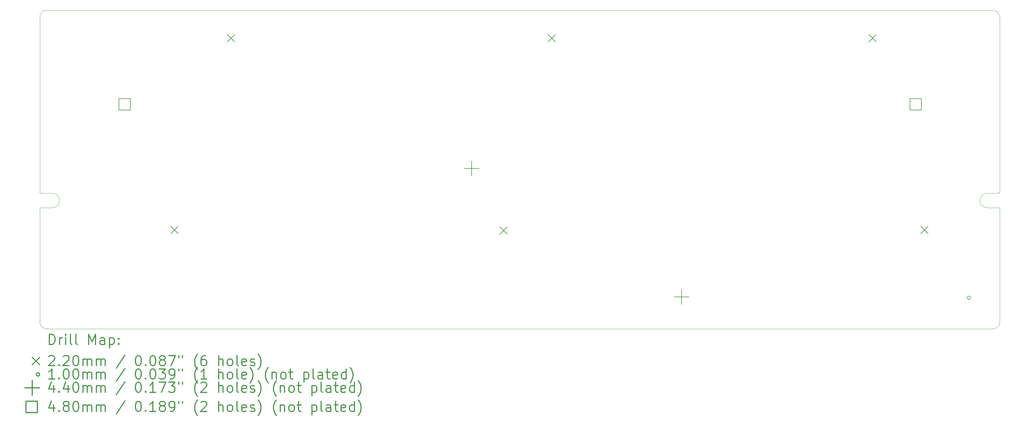
<source format=gbr>
%FSLAX45Y45*%
G04 Gerber Fmt 4.5, Leading zero omitted, Abs format (unit mm)*
G04 Created by KiCad (PCBNEW (5.1.9)-1) date 2021-10-01 21:55:04*
%MOMM*%
%LPD*%
G01*
G04 APERTURE LIST*
%TA.AperFunction,Profile*%
%ADD10C,0.050000*%
%TD*%
%ADD11C,0.200000*%
%ADD12C,0.300000*%
G04 APERTURE END LIST*
D10*
X7000000Y-15895000D02*
X7000000Y-19261000D01*
X7000000Y-15895000D02*
G75*
G02*
X7030000Y-15865000I30000J0D01*
G01*
X7370000Y-15435000D02*
G75*
G02*
X7370000Y-15865000I0J-215000D01*
G01*
X7030000Y-15865000D02*
X7370000Y-15865000D01*
X7030000Y-15435000D02*
G75*
G02*
X7000000Y-15405000I0J30000D01*
G01*
X7370000Y-15435000D02*
X7030000Y-15435000D01*
X35500000Y-15895000D02*
X35500000Y-19261000D01*
X35500000Y-15405000D02*
G75*
G02*
X35470000Y-15435000I-30000J0D01*
G01*
X35130000Y-15865000D02*
G75*
G02*
X35130000Y-15435000I0J215000D01*
G01*
X35470000Y-15435000D02*
X35130000Y-15435000D01*
X35470000Y-15865000D02*
G75*
G02*
X35500000Y-15895000I0J-30000D01*
G01*
X35130000Y-15865000D02*
X35470000Y-15865000D01*
X35500000Y-19261000D02*
G75*
G02*
X35300000Y-19461000I-200000J0D01*
G01*
X35300000Y-10001000D02*
G75*
G02*
X35500000Y-10201000I0J-200000D01*
G01*
X7000000Y-10200000D02*
G75*
G02*
X7200000Y-10000000I200000J0D01*
G01*
X7200000Y-19461000D02*
G75*
G02*
X7000000Y-19261000I0J200000D01*
G01*
X7200000Y-19461000D02*
X35300000Y-19461000D01*
X7000000Y-10200000D02*
X7000000Y-15405000D01*
X35300000Y-10001000D02*
X7200000Y-10000000D01*
X35500000Y-15405000D02*
X35500000Y-10201000D01*
D11*
X10890000Y-16420000D02*
X11110000Y-16640000D01*
X11110000Y-16420000D02*
X10890000Y-16640000D01*
X12567500Y-10720000D02*
X12787500Y-10940000D01*
X12787500Y-10720000D02*
X12567500Y-10940000D01*
X20663800Y-16430000D02*
X20883800Y-16650000D01*
X20883800Y-16430000D02*
X20663800Y-16650000D01*
X22092500Y-10720000D02*
X22312500Y-10940000D01*
X22312500Y-10720000D02*
X22092500Y-10940000D01*
X31617500Y-10720000D02*
X31837500Y-10940000D01*
X31837500Y-10720000D02*
X31617500Y-10940000D01*
X33155000Y-16420000D02*
X33375000Y-16640000D01*
X33375000Y-16420000D02*
X33155000Y-16640000D01*
X34635100Y-18541000D02*
G75*
G03*
X34635100Y-18541000I-50000J0D01*
G01*
X19820000Y-14480000D02*
X19820000Y-14920000D01*
X19600000Y-14700000D02*
X20040000Y-14700000D01*
X26050000Y-18300000D02*
X26050000Y-18740000D01*
X25830000Y-18520000D02*
X26270000Y-18520000D01*
X9689707Y-12959707D02*
X9689707Y-12620293D01*
X9350293Y-12620293D01*
X9350293Y-12959707D01*
X9689707Y-12959707D01*
X33174707Y-12960707D02*
X33174707Y-12621293D01*
X32835293Y-12621293D01*
X32835293Y-12960707D01*
X33174707Y-12960707D01*
D12*
X7283928Y-19929214D02*
X7283928Y-19629214D01*
X7355357Y-19629214D01*
X7398214Y-19643500D01*
X7426786Y-19672072D01*
X7441071Y-19700643D01*
X7455357Y-19757786D01*
X7455357Y-19800643D01*
X7441071Y-19857786D01*
X7426786Y-19886357D01*
X7398214Y-19914929D01*
X7355357Y-19929214D01*
X7283928Y-19929214D01*
X7583928Y-19929214D02*
X7583928Y-19729214D01*
X7583928Y-19786357D02*
X7598214Y-19757786D01*
X7612500Y-19743500D01*
X7641071Y-19729214D01*
X7669643Y-19729214D01*
X7769643Y-19929214D02*
X7769643Y-19729214D01*
X7769643Y-19629214D02*
X7755357Y-19643500D01*
X7769643Y-19657786D01*
X7783928Y-19643500D01*
X7769643Y-19629214D01*
X7769643Y-19657786D01*
X7955357Y-19929214D02*
X7926786Y-19914929D01*
X7912500Y-19886357D01*
X7912500Y-19629214D01*
X8112500Y-19929214D02*
X8083928Y-19914929D01*
X8069643Y-19886357D01*
X8069643Y-19629214D01*
X8455357Y-19929214D02*
X8455357Y-19629214D01*
X8555357Y-19843500D01*
X8655357Y-19629214D01*
X8655357Y-19929214D01*
X8926786Y-19929214D02*
X8926786Y-19772072D01*
X8912500Y-19743500D01*
X8883928Y-19729214D01*
X8826786Y-19729214D01*
X8798214Y-19743500D01*
X8926786Y-19914929D02*
X8898214Y-19929214D01*
X8826786Y-19929214D01*
X8798214Y-19914929D01*
X8783928Y-19886357D01*
X8783928Y-19857786D01*
X8798214Y-19829214D01*
X8826786Y-19814929D01*
X8898214Y-19814929D01*
X8926786Y-19800643D01*
X9069643Y-19729214D02*
X9069643Y-20029214D01*
X9069643Y-19743500D02*
X9098214Y-19729214D01*
X9155357Y-19729214D01*
X9183928Y-19743500D01*
X9198214Y-19757786D01*
X9212500Y-19786357D01*
X9212500Y-19872072D01*
X9198214Y-19900643D01*
X9183928Y-19914929D01*
X9155357Y-19929214D01*
X9098214Y-19929214D01*
X9069643Y-19914929D01*
X9341071Y-19900643D02*
X9355357Y-19914929D01*
X9341071Y-19929214D01*
X9326786Y-19914929D01*
X9341071Y-19900643D01*
X9341071Y-19929214D01*
X9341071Y-19743500D02*
X9355357Y-19757786D01*
X9341071Y-19772072D01*
X9326786Y-19757786D01*
X9341071Y-19743500D01*
X9341071Y-19772072D01*
X6777500Y-20313500D02*
X6997500Y-20533500D01*
X6997500Y-20313500D02*
X6777500Y-20533500D01*
X7269643Y-20287786D02*
X7283928Y-20273500D01*
X7312500Y-20259214D01*
X7383928Y-20259214D01*
X7412500Y-20273500D01*
X7426786Y-20287786D01*
X7441071Y-20316357D01*
X7441071Y-20344929D01*
X7426786Y-20387786D01*
X7255357Y-20559214D01*
X7441071Y-20559214D01*
X7569643Y-20530643D02*
X7583928Y-20544929D01*
X7569643Y-20559214D01*
X7555357Y-20544929D01*
X7569643Y-20530643D01*
X7569643Y-20559214D01*
X7698214Y-20287786D02*
X7712500Y-20273500D01*
X7741071Y-20259214D01*
X7812500Y-20259214D01*
X7841071Y-20273500D01*
X7855357Y-20287786D01*
X7869643Y-20316357D01*
X7869643Y-20344929D01*
X7855357Y-20387786D01*
X7683928Y-20559214D01*
X7869643Y-20559214D01*
X8055357Y-20259214D02*
X8083928Y-20259214D01*
X8112500Y-20273500D01*
X8126786Y-20287786D01*
X8141071Y-20316357D01*
X8155357Y-20373500D01*
X8155357Y-20444929D01*
X8141071Y-20502072D01*
X8126786Y-20530643D01*
X8112500Y-20544929D01*
X8083928Y-20559214D01*
X8055357Y-20559214D01*
X8026786Y-20544929D01*
X8012500Y-20530643D01*
X7998214Y-20502072D01*
X7983928Y-20444929D01*
X7983928Y-20373500D01*
X7998214Y-20316357D01*
X8012500Y-20287786D01*
X8026786Y-20273500D01*
X8055357Y-20259214D01*
X8283928Y-20559214D02*
X8283928Y-20359214D01*
X8283928Y-20387786D02*
X8298214Y-20373500D01*
X8326786Y-20359214D01*
X8369643Y-20359214D01*
X8398214Y-20373500D01*
X8412500Y-20402072D01*
X8412500Y-20559214D01*
X8412500Y-20402072D02*
X8426786Y-20373500D01*
X8455357Y-20359214D01*
X8498214Y-20359214D01*
X8526786Y-20373500D01*
X8541071Y-20402072D01*
X8541071Y-20559214D01*
X8683928Y-20559214D02*
X8683928Y-20359214D01*
X8683928Y-20387786D02*
X8698214Y-20373500D01*
X8726786Y-20359214D01*
X8769643Y-20359214D01*
X8798214Y-20373500D01*
X8812500Y-20402072D01*
X8812500Y-20559214D01*
X8812500Y-20402072D02*
X8826786Y-20373500D01*
X8855357Y-20359214D01*
X8898214Y-20359214D01*
X8926786Y-20373500D01*
X8941071Y-20402072D01*
X8941071Y-20559214D01*
X9526786Y-20244929D02*
X9269643Y-20630643D01*
X9912500Y-20259214D02*
X9941071Y-20259214D01*
X9969643Y-20273500D01*
X9983928Y-20287786D01*
X9998214Y-20316357D01*
X10012500Y-20373500D01*
X10012500Y-20444929D01*
X9998214Y-20502072D01*
X9983928Y-20530643D01*
X9969643Y-20544929D01*
X9941071Y-20559214D01*
X9912500Y-20559214D01*
X9883928Y-20544929D01*
X9869643Y-20530643D01*
X9855357Y-20502072D01*
X9841071Y-20444929D01*
X9841071Y-20373500D01*
X9855357Y-20316357D01*
X9869643Y-20287786D01*
X9883928Y-20273500D01*
X9912500Y-20259214D01*
X10141071Y-20530643D02*
X10155357Y-20544929D01*
X10141071Y-20559214D01*
X10126786Y-20544929D01*
X10141071Y-20530643D01*
X10141071Y-20559214D01*
X10341071Y-20259214D02*
X10369643Y-20259214D01*
X10398214Y-20273500D01*
X10412500Y-20287786D01*
X10426786Y-20316357D01*
X10441071Y-20373500D01*
X10441071Y-20444929D01*
X10426786Y-20502072D01*
X10412500Y-20530643D01*
X10398214Y-20544929D01*
X10369643Y-20559214D01*
X10341071Y-20559214D01*
X10312500Y-20544929D01*
X10298214Y-20530643D01*
X10283928Y-20502072D01*
X10269643Y-20444929D01*
X10269643Y-20373500D01*
X10283928Y-20316357D01*
X10298214Y-20287786D01*
X10312500Y-20273500D01*
X10341071Y-20259214D01*
X10612500Y-20387786D02*
X10583928Y-20373500D01*
X10569643Y-20359214D01*
X10555357Y-20330643D01*
X10555357Y-20316357D01*
X10569643Y-20287786D01*
X10583928Y-20273500D01*
X10612500Y-20259214D01*
X10669643Y-20259214D01*
X10698214Y-20273500D01*
X10712500Y-20287786D01*
X10726786Y-20316357D01*
X10726786Y-20330643D01*
X10712500Y-20359214D01*
X10698214Y-20373500D01*
X10669643Y-20387786D01*
X10612500Y-20387786D01*
X10583928Y-20402072D01*
X10569643Y-20416357D01*
X10555357Y-20444929D01*
X10555357Y-20502072D01*
X10569643Y-20530643D01*
X10583928Y-20544929D01*
X10612500Y-20559214D01*
X10669643Y-20559214D01*
X10698214Y-20544929D01*
X10712500Y-20530643D01*
X10726786Y-20502072D01*
X10726786Y-20444929D01*
X10712500Y-20416357D01*
X10698214Y-20402072D01*
X10669643Y-20387786D01*
X10826786Y-20259214D02*
X11026786Y-20259214D01*
X10898214Y-20559214D01*
X11126786Y-20259214D02*
X11126786Y-20316357D01*
X11241071Y-20259214D02*
X11241071Y-20316357D01*
X11683928Y-20673500D02*
X11669643Y-20659214D01*
X11641071Y-20616357D01*
X11626786Y-20587786D01*
X11612500Y-20544929D01*
X11598214Y-20473500D01*
X11598214Y-20416357D01*
X11612500Y-20344929D01*
X11626786Y-20302072D01*
X11641071Y-20273500D01*
X11669643Y-20230643D01*
X11683928Y-20216357D01*
X11926786Y-20259214D02*
X11869643Y-20259214D01*
X11841071Y-20273500D01*
X11826786Y-20287786D01*
X11798214Y-20330643D01*
X11783928Y-20387786D01*
X11783928Y-20502072D01*
X11798214Y-20530643D01*
X11812500Y-20544929D01*
X11841071Y-20559214D01*
X11898214Y-20559214D01*
X11926786Y-20544929D01*
X11941071Y-20530643D01*
X11955357Y-20502072D01*
X11955357Y-20430643D01*
X11941071Y-20402072D01*
X11926786Y-20387786D01*
X11898214Y-20373500D01*
X11841071Y-20373500D01*
X11812500Y-20387786D01*
X11798214Y-20402072D01*
X11783928Y-20430643D01*
X12312500Y-20559214D02*
X12312500Y-20259214D01*
X12441071Y-20559214D02*
X12441071Y-20402072D01*
X12426786Y-20373500D01*
X12398214Y-20359214D01*
X12355357Y-20359214D01*
X12326786Y-20373500D01*
X12312500Y-20387786D01*
X12626786Y-20559214D02*
X12598214Y-20544929D01*
X12583928Y-20530643D01*
X12569643Y-20502072D01*
X12569643Y-20416357D01*
X12583928Y-20387786D01*
X12598214Y-20373500D01*
X12626786Y-20359214D01*
X12669643Y-20359214D01*
X12698214Y-20373500D01*
X12712500Y-20387786D01*
X12726786Y-20416357D01*
X12726786Y-20502072D01*
X12712500Y-20530643D01*
X12698214Y-20544929D01*
X12669643Y-20559214D01*
X12626786Y-20559214D01*
X12898214Y-20559214D02*
X12869643Y-20544929D01*
X12855357Y-20516357D01*
X12855357Y-20259214D01*
X13126786Y-20544929D02*
X13098214Y-20559214D01*
X13041071Y-20559214D01*
X13012500Y-20544929D01*
X12998214Y-20516357D01*
X12998214Y-20402072D01*
X13012500Y-20373500D01*
X13041071Y-20359214D01*
X13098214Y-20359214D01*
X13126786Y-20373500D01*
X13141071Y-20402072D01*
X13141071Y-20430643D01*
X12998214Y-20459214D01*
X13255357Y-20544929D02*
X13283928Y-20559214D01*
X13341071Y-20559214D01*
X13369643Y-20544929D01*
X13383928Y-20516357D01*
X13383928Y-20502072D01*
X13369643Y-20473500D01*
X13341071Y-20459214D01*
X13298214Y-20459214D01*
X13269643Y-20444929D01*
X13255357Y-20416357D01*
X13255357Y-20402072D01*
X13269643Y-20373500D01*
X13298214Y-20359214D01*
X13341071Y-20359214D01*
X13369643Y-20373500D01*
X13483928Y-20673500D02*
X13498214Y-20659214D01*
X13526786Y-20616357D01*
X13541071Y-20587786D01*
X13555357Y-20544929D01*
X13569643Y-20473500D01*
X13569643Y-20416357D01*
X13555357Y-20344929D01*
X13541071Y-20302072D01*
X13526786Y-20273500D01*
X13498214Y-20230643D01*
X13483928Y-20216357D01*
X6997500Y-20819500D02*
G75*
G03*
X6997500Y-20819500I-50000J0D01*
G01*
X7441071Y-20955214D02*
X7269643Y-20955214D01*
X7355357Y-20955214D02*
X7355357Y-20655214D01*
X7326786Y-20698072D01*
X7298214Y-20726643D01*
X7269643Y-20740929D01*
X7569643Y-20926643D02*
X7583928Y-20940929D01*
X7569643Y-20955214D01*
X7555357Y-20940929D01*
X7569643Y-20926643D01*
X7569643Y-20955214D01*
X7769643Y-20655214D02*
X7798214Y-20655214D01*
X7826786Y-20669500D01*
X7841071Y-20683786D01*
X7855357Y-20712357D01*
X7869643Y-20769500D01*
X7869643Y-20840929D01*
X7855357Y-20898072D01*
X7841071Y-20926643D01*
X7826786Y-20940929D01*
X7798214Y-20955214D01*
X7769643Y-20955214D01*
X7741071Y-20940929D01*
X7726786Y-20926643D01*
X7712500Y-20898072D01*
X7698214Y-20840929D01*
X7698214Y-20769500D01*
X7712500Y-20712357D01*
X7726786Y-20683786D01*
X7741071Y-20669500D01*
X7769643Y-20655214D01*
X8055357Y-20655214D02*
X8083928Y-20655214D01*
X8112500Y-20669500D01*
X8126786Y-20683786D01*
X8141071Y-20712357D01*
X8155357Y-20769500D01*
X8155357Y-20840929D01*
X8141071Y-20898072D01*
X8126786Y-20926643D01*
X8112500Y-20940929D01*
X8083928Y-20955214D01*
X8055357Y-20955214D01*
X8026786Y-20940929D01*
X8012500Y-20926643D01*
X7998214Y-20898072D01*
X7983928Y-20840929D01*
X7983928Y-20769500D01*
X7998214Y-20712357D01*
X8012500Y-20683786D01*
X8026786Y-20669500D01*
X8055357Y-20655214D01*
X8283928Y-20955214D02*
X8283928Y-20755214D01*
X8283928Y-20783786D02*
X8298214Y-20769500D01*
X8326786Y-20755214D01*
X8369643Y-20755214D01*
X8398214Y-20769500D01*
X8412500Y-20798072D01*
X8412500Y-20955214D01*
X8412500Y-20798072D02*
X8426786Y-20769500D01*
X8455357Y-20755214D01*
X8498214Y-20755214D01*
X8526786Y-20769500D01*
X8541071Y-20798072D01*
X8541071Y-20955214D01*
X8683928Y-20955214D02*
X8683928Y-20755214D01*
X8683928Y-20783786D02*
X8698214Y-20769500D01*
X8726786Y-20755214D01*
X8769643Y-20755214D01*
X8798214Y-20769500D01*
X8812500Y-20798072D01*
X8812500Y-20955214D01*
X8812500Y-20798072D02*
X8826786Y-20769500D01*
X8855357Y-20755214D01*
X8898214Y-20755214D01*
X8926786Y-20769500D01*
X8941071Y-20798072D01*
X8941071Y-20955214D01*
X9526786Y-20640929D02*
X9269643Y-21026643D01*
X9912500Y-20655214D02*
X9941071Y-20655214D01*
X9969643Y-20669500D01*
X9983928Y-20683786D01*
X9998214Y-20712357D01*
X10012500Y-20769500D01*
X10012500Y-20840929D01*
X9998214Y-20898072D01*
X9983928Y-20926643D01*
X9969643Y-20940929D01*
X9941071Y-20955214D01*
X9912500Y-20955214D01*
X9883928Y-20940929D01*
X9869643Y-20926643D01*
X9855357Y-20898072D01*
X9841071Y-20840929D01*
X9841071Y-20769500D01*
X9855357Y-20712357D01*
X9869643Y-20683786D01*
X9883928Y-20669500D01*
X9912500Y-20655214D01*
X10141071Y-20926643D02*
X10155357Y-20940929D01*
X10141071Y-20955214D01*
X10126786Y-20940929D01*
X10141071Y-20926643D01*
X10141071Y-20955214D01*
X10341071Y-20655214D02*
X10369643Y-20655214D01*
X10398214Y-20669500D01*
X10412500Y-20683786D01*
X10426786Y-20712357D01*
X10441071Y-20769500D01*
X10441071Y-20840929D01*
X10426786Y-20898072D01*
X10412500Y-20926643D01*
X10398214Y-20940929D01*
X10369643Y-20955214D01*
X10341071Y-20955214D01*
X10312500Y-20940929D01*
X10298214Y-20926643D01*
X10283928Y-20898072D01*
X10269643Y-20840929D01*
X10269643Y-20769500D01*
X10283928Y-20712357D01*
X10298214Y-20683786D01*
X10312500Y-20669500D01*
X10341071Y-20655214D01*
X10541071Y-20655214D02*
X10726786Y-20655214D01*
X10626786Y-20769500D01*
X10669643Y-20769500D01*
X10698214Y-20783786D01*
X10712500Y-20798072D01*
X10726786Y-20826643D01*
X10726786Y-20898072D01*
X10712500Y-20926643D01*
X10698214Y-20940929D01*
X10669643Y-20955214D01*
X10583928Y-20955214D01*
X10555357Y-20940929D01*
X10541071Y-20926643D01*
X10869643Y-20955214D02*
X10926786Y-20955214D01*
X10955357Y-20940929D01*
X10969643Y-20926643D01*
X10998214Y-20883786D01*
X11012500Y-20826643D01*
X11012500Y-20712357D01*
X10998214Y-20683786D01*
X10983928Y-20669500D01*
X10955357Y-20655214D01*
X10898214Y-20655214D01*
X10869643Y-20669500D01*
X10855357Y-20683786D01*
X10841071Y-20712357D01*
X10841071Y-20783786D01*
X10855357Y-20812357D01*
X10869643Y-20826643D01*
X10898214Y-20840929D01*
X10955357Y-20840929D01*
X10983928Y-20826643D01*
X10998214Y-20812357D01*
X11012500Y-20783786D01*
X11126786Y-20655214D02*
X11126786Y-20712357D01*
X11241071Y-20655214D02*
X11241071Y-20712357D01*
X11683928Y-21069500D02*
X11669643Y-21055214D01*
X11641071Y-21012357D01*
X11626786Y-20983786D01*
X11612500Y-20940929D01*
X11598214Y-20869500D01*
X11598214Y-20812357D01*
X11612500Y-20740929D01*
X11626786Y-20698072D01*
X11641071Y-20669500D01*
X11669643Y-20626643D01*
X11683928Y-20612357D01*
X11955357Y-20955214D02*
X11783928Y-20955214D01*
X11869643Y-20955214D02*
X11869643Y-20655214D01*
X11841071Y-20698072D01*
X11812500Y-20726643D01*
X11783928Y-20740929D01*
X12312500Y-20955214D02*
X12312500Y-20655214D01*
X12441071Y-20955214D02*
X12441071Y-20798072D01*
X12426786Y-20769500D01*
X12398214Y-20755214D01*
X12355357Y-20755214D01*
X12326786Y-20769500D01*
X12312500Y-20783786D01*
X12626786Y-20955214D02*
X12598214Y-20940929D01*
X12583928Y-20926643D01*
X12569643Y-20898072D01*
X12569643Y-20812357D01*
X12583928Y-20783786D01*
X12598214Y-20769500D01*
X12626786Y-20755214D01*
X12669643Y-20755214D01*
X12698214Y-20769500D01*
X12712500Y-20783786D01*
X12726786Y-20812357D01*
X12726786Y-20898072D01*
X12712500Y-20926643D01*
X12698214Y-20940929D01*
X12669643Y-20955214D01*
X12626786Y-20955214D01*
X12898214Y-20955214D02*
X12869643Y-20940929D01*
X12855357Y-20912357D01*
X12855357Y-20655214D01*
X13126786Y-20940929D02*
X13098214Y-20955214D01*
X13041071Y-20955214D01*
X13012500Y-20940929D01*
X12998214Y-20912357D01*
X12998214Y-20798072D01*
X13012500Y-20769500D01*
X13041071Y-20755214D01*
X13098214Y-20755214D01*
X13126786Y-20769500D01*
X13141071Y-20798072D01*
X13141071Y-20826643D01*
X12998214Y-20855214D01*
X13241071Y-21069500D02*
X13255357Y-21055214D01*
X13283928Y-21012357D01*
X13298214Y-20983786D01*
X13312500Y-20940929D01*
X13326786Y-20869500D01*
X13326786Y-20812357D01*
X13312500Y-20740929D01*
X13298214Y-20698072D01*
X13283928Y-20669500D01*
X13255357Y-20626643D01*
X13241071Y-20612357D01*
X13783928Y-21069500D02*
X13769643Y-21055214D01*
X13741071Y-21012357D01*
X13726786Y-20983786D01*
X13712500Y-20940929D01*
X13698214Y-20869500D01*
X13698214Y-20812357D01*
X13712500Y-20740929D01*
X13726786Y-20698072D01*
X13741071Y-20669500D01*
X13769643Y-20626643D01*
X13783928Y-20612357D01*
X13898214Y-20755214D02*
X13898214Y-20955214D01*
X13898214Y-20783786D02*
X13912500Y-20769500D01*
X13941071Y-20755214D01*
X13983928Y-20755214D01*
X14012500Y-20769500D01*
X14026786Y-20798072D01*
X14026786Y-20955214D01*
X14212500Y-20955214D02*
X14183928Y-20940929D01*
X14169643Y-20926643D01*
X14155357Y-20898072D01*
X14155357Y-20812357D01*
X14169643Y-20783786D01*
X14183928Y-20769500D01*
X14212500Y-20755214D01*
X14255357Y-20755214D01*
X14283928Y-20769500D01*
X14298214Y-20783786D01*
X14312500Y-20812357D01*
X14312500Y-20898072D01*
X14298214Y-20926643D01*
X14283928Y-20940929D01*
X14255357Y-20955214D01*
X14212500Y-20955214D01*
X14398214Y-20755214D02*
X14512500Y-20755214D01*
X14441071Y-20655214D02*
X14441071Y-20912357D01*
X14455357Y-20940929D01*
X14483928Y-20955214D01*
X14512500Y-20955214D01*
X14841071Y-20755214D02*
X14841071Y-21055214D01*
X14841071Y-20769500D02*
X14869643Y-20755214D01*
X14926786Y-20755214D01*
X14955357Y-20769500D01*
X14969643Y-20783786D01*
X14983928Y-20812357D01*
X14983928Y-20898072D01*
X14969643Y-20926643D01*
X14955357Y-20940929D01*
X14926786Y-20955214D01*
X14869643Y-20955214D01*
X14841071Y-20940929D01*
X15155357Y-20955214D02*
X15126786Y-20940929D01*
X15112500Y-20912357D01*
X15112500Y-20655214D01*
X15398214Y-20955214D02*
X15398214Y-20798072D01*
X15383928Y-20769500D01*
X15355357Y-20755214D01*
X15298214Y-20755214D01*
X15269643Y-20769500D01*
X15398214Y-20940929D02*
X15369643Y-20955214D01*
X15298214Y-20955214D01*
X15269643Y-20940929D01*
X15255357Y-20912357D01*
X15255357Y-20883786D01*
X15269643Y-20855214D01*
X15298214Y-20840929D01*
X15369643Y-20840929D01*
X15398214Y-20826643D01*
X15498214Y-20755214D02*
X15612500Y-20755214D01*
X15541071Y-20655214D02*
X15541071Y-20912357D01*
X15555357Y-20940929D01*
X15583928Y-20955214D01*
X15612500Y-20955214D01*
X15826786Y-20940929D02*
X15798214Y-20955214D01*
X15741071Y-20955214D01*
X15712500Y-20940929D01*
X15698214Y-20912357D01*
X15698214Y-20798072D01*
X15712500Y-20769500D01*
X15741071Y-20755214D01*
X15798214Y-20755214D01*
X15826786Y-20769500D01*
X15841071Y-20798072D01*
X15841071Y-20826643D01*
X15698214Y-20855214D01*
X16098214Y-20955214D02*
X16098214Y-20655214D01*
X16098214Y-20940929D02*
X16069643Y-20955214D01*
X16012500Y-20955214D01*
X15983928Y-20940929D01*
X15969643Y-20926643D01*
X15955357Y-20898072D01*
X15955357Y-20812357D01*
X15969643Y-20783786D01*
X15983928Y-20769500D01*
X16012500Y-20755214D01*
X16069643Y-20755214D01*
X16098214Y-20769500D01*
X16212500Y-21069500D02*
X16226786Y-21055214D01*
X16255357Y-21012357D01*
X16269643Y-20983786D01*
X16283928Y-20940929D01*
X16298214Y-20869500D01*
X16298214Y-20812357D01*
X16283928Y-20740929D01*
X16269643Y-20698072D01*
X16255357Y-20669500D01*
X16226786Y-20626643D01*
X16212500Y-20612357D01*
X6777500Y-20995500D02*
X6777500Y-21435500D01*
X6557500Y-21215500D02*
X6997500Y-21215500D01*
X7412500Y-21151214D02*
X7412500Y-21351214D01*
X7341071Y-21036929D02*
X7269643Y-21251214D01*
X7455357Y-21251214D01*
X7569643Y-21322643D02*
X7583928Y-21336929D01*
X7569643Y-21351214D01*
X7555357Y-21336929D01*
X7569643Y-21322643D01*
X7569643Y-21351214D01*
X7841071Y-21151214D02*
X7841071Y-21351214D01*
X7769643Y-21036929D02*
X7698214Y-21251214D01*
X7883928Y-21251214D01*
X8055357Y-21051214D02*
X8083928Y-21051214D01*
X8112500Y-21065500D01*
X8126786Y-21079786D01*
X8141071Y-21108357D01*
X8155357Y-21165500D01*
X8155357Y-21236929D01*
X8141071Y-21294072D01*
X8126786Y-21322643D01*
X8112500Y-21336929D01*
X8083928Y-21351214D01*
X8055357Y-21351214D01*
X8026786Y-21336929D01*
X8012500Y-21322643D01*
X7998214Y-21294072D01*
X7983928Y-21236929D01*
X7983928Y-21165500D01*
X7998214Y-21108357D01*
X8012500Y-21079786D01*
X8026786Y-21065500D01*
X8055357Y-21051214D01*
X8283928Y-21351214D02*
X8283928Y-21151214D01*
X8283928Y-21179786D02*
X8298214Y-21165500D01*
X8326786Y-21151214D01*
X8369643Y-21151214D01*
X8398214Y-21165500D01*
X8412500Y-21194072D01*
X8412500Y-21351214D01*
X8412500Y-21194072D02*
X8426786Y-21165500D01*
X8455357Y-21151214D01*
X8498214Y-21151214D01*
X8526786Y-21165500D01*
X8541071Y-21194072D01*
X8541071Y-21351214D01*
X8683928Y-21351214D02*
X8683928Y-21151214D01*
X8683928Y-21179786D02*
X8698214Y-21165500D01*
X8726786Y-21151214D01*
X8769643Y-21151214D01*
X8798214Y-21165500D01*
X8812500Y-21194072D01*
X8812500Y-21351214D01*
X8812500Y-21194072D02*
X8826786Y-21165500D01*
X8855357Y-21151214D01*
X8898214Y-21151214D01*
X8926786Y-21165500D01*
X8941071Y-21194072D01*
X8941071Y-21351214D01*
X9526786Y-21036929D02*
X9269643Y-21422643D01*
X9912500Y-21051214D02*
X9941071Y-21051214D01*
X9969643Y-21065500D01*
X9983928Y-21079786D01*
X9998214Y-21108357D01*
X10012500Y-21165500D01*
X10012500Y-21236929D01*
X9998214Y-21294072D01*
X9983928Y-21322643D01*
X9969643Y-21336929D01*
X9941071Y-21351214D01*
X9912500Y-21351214D01*
X9883928Y-21336929D01*
X9869643Y-21322643D01*
X9855357Y-21294072D01*
X9841071Y-21236929D01*
X9841071Y-21165500D01*
X9855357Y-21108357D01*
X9869643Y-21079786D01*
X9883928Y-21065500D01*
X9912500Y-21051214D01*
X10141071Y-21322643D02*
X10155357Y-21336929D01*
X10141071Y-21351214D01*
X10126786Y-21336929D01*
X10141071Y-21322643D01*
X10141071Y-21351214D01*
X10441071Y-21351214D02*
X10269643Y-21351214D01*
X10355357Y-21351214D02*
X10355357Y-21051214D01*
X10326786Y-21094072D01*
X10298214Y-21122643D01*
X10269643Y-21136929D01*
X10541071Y-21051214D02*
X10741071Y-21051214D01*
X10612500Y-21351214D01*
X10826786Y-21051214D02*
X11012500Y-21051214D01*
X10912500Y-21165500D01*
X10955357Y-21165500D01*
X10983928Y-21179786D01*
X10998214Y-21194072D01*
X11012500Y-21222643D01*
X11012500Y-21294072D01*
X10998214Y-21322643D01*
X10983928Y-21336929D01*
X10955357Y-21351214D01*
X10869643Y-21351214D01*
X10841071Y-21336929D01*
X10826786Y-21322643D01*
X11126786Y-21051214D02*
X11126786Y-21108357D01*
X11241071Y-21051214D02*
X11241071Y-21108357D01*
X11683928Y-21465500D02*
X11669643Y-21451214D01*
X11641071Y-21408357D01*
X11626786Y-21379786D01*
X11612500Y-21336929D01*
X11598214Y-21265500D01*
X11598214Y-21208357D01*
X11612500Y-21136929D01*
X11626786Y-21094072D01*
X11641071Y-21065500D01*
X11669643Y-21022643D01*
X11683928Y-21008357D01*
X11783928Y-21079786D02*
X11798214Y-21065500D01*
X11826786Y-21051214D01*
X11898214Y-21051214D01*
X11926786Y-21065500D01*
X11941071Y-21079786D01*
X11955357Y-21108357D01*
X11955357Y-21136929D01*
X11941071Y-21179786D01*
X11769643Y-21351214D01*
X11955357Y-21351214D01*
X12312500Y-21351214D02*
X12312500Y-21051214D01*
X12441071Y-21351214D02*
X12441071Y-21194072D01*
X12426786Y-21165500D01*
X12398214Y-21151214D01*
X12355357Y-21151214D01*
X12326786Y-21165500D01*
X12312500Y-21179786D01*
X12626786Y-21351214D02*
X12598214Y-21336929D01*
X12583928Y-21322643D01*
X12569643Y-21294072D01*
X12569643Y-21208357D01*
X12583928Y-21179786D01*
X12598214Y-21165500D01*
X12626786Y-21151214D01*
X12669643Y-21151214D01*
X12698214Y-21165500D01*
X12712500Y-21179786D01*
X12726786Y-21208357D01*
X12726786Y-21294072D01*
X12712500Y-21322643D01*
X12698214Y-21336929D01*
X12669643Y-21351214D01*
X12626786Y-21351214D01*
X12898214Y-21351214D02*
X12869643Y-21336929D01*
X12855357Y-21308357D01*
X12855357Y-21051214D01*
X13126786Y-21336929D02*
X13098214Y-21351214D01*
X13041071Y-21351214D01*
X13012500Y-21336929D01*
X12998214Y-21308357D01*
X12998214Y-21194072D01*
X13012500Y-21165500D01*
X13041071Y-21151214D01*
X13098214Y-21151214D01*
X13126786Y-21165500D01*
X13141071Y-21194072D01*
X13141071Y-21222643D01*
X12998214Y-21251214D01*
X13255357Y-21336929D02*
X13283928Y-21351214D01*
X13341071Y-21351214D01*
X13369643Y-21336929D01*
X13383928Y-21308357D01*
X13383928Y-21294072D01*
X13369643Y-21265500D01*
X13341071Y-21251214D01*
X13298214Y-21251214D01*
X13269643Y-21236929D01*
X13255357Y-21208357D01*
X13255357Y-21194072D01*
X13269643Y-21165500D01*
X13298214Y-21151214D01*
X13341071Y-21151214D01*
X13369643Y-21165500D01*
X13483928Y-21465500D02*
X13498214Y-21451214D01*
X13526786Y-21408357D01*
X13541071Y-21379786D01*
X13555357Y-21336929D01*
X13569643Y-21265500D01*
X13569643Y-21208357D01*
X13555357Y-21136929D01*
X13541071Y-21094072D01*
X13526786Y-21065500D01*
X13498214Y-21022643D01*
X13483928Y-21008357D01*
X14026786Y-21465500D02*
X14012500Y-21451214D01*
X13983928Y-21408357D01*
X13969643Y-21379786D01*
X13955357Y-21336929D01*
X13941071Y-21265500D01*
X13941071Y-21208357D01*
X13955357Y-21136929D01*
X13969643Y-21094072D01*
X13983928Y-21065500D01*
X14012500Y-21022643D01*
X14026786Y-21008357D01*
X14141071Y-21151214D02*
X14141071Y-21351214D01*
X14141071Y-21179786D02*
X14155357Y-21165500D01*
X14183928Y-21151214D01*
X14226786Y-21151214D01*
X14255357Y-21165500D01*
X14269643Y-21194072D01*
X14269643Y-21351214D01*
X14455357Y-21351214D02*
X14426786Y-21336929D01*
X14412500Y-21322643D01*
X14398214Y-21294072D01*
X14398214Y-21208357D01*
X14412500Y-21179786D01*
X14426786Y-21165500D01*
X14455357Y-21151214D01*
X14498214Y-21151214D01*
X14526786Y-21165500D01*
X14541071Y-21179786D01*
X14555357Y-21208357D01*
X14555357Y-21294072D01*
X14541071Y-21322643D01*
X14526786Y-21336929D01*
X14498214Y-21351214D01*
X14455357Y-21351214D01*
X14641071Y-21151214D02*
X14755357Y-21151214D01*
X14683928Y-21051214D02*
X14683928Y-21308357D01*
X14698214Y-21336929D01*
X14726786Y-21351214D01*
X14755357Y-21351214D01*
X15083928Y-21151214D02*
X15083928Y-21451214D01*
X15083928Y-21165500D02*
X15112500Y-21151214D01*
X15169643Y-21151214D01*
X15198214Y-21165500D01*
X15212500Y-21179786D01*
X15226786Y-21208357D01*
X15226786Y-21294072D01*
X15212500Y-21322643D01*
X15198214Y-21336929D01*
X15169643Y-21351214D01*
X15112500Y-21351214D01*
X15083928Y-21336929D01*
X15398214Y-21351214D02*
X15369643Y-21336929D01*
X15355357Y-21308357D01*
X15355357Y-21051214D01*
X15641071Y-21351214D02*
X15641071Y-21194072D01*
X15626786Y-21165500D01*
X15598214Y-21151214D01*
X15541071Y-21151214D01*
X15512500Y-21165500D01*
X15641071Y-21336929D02*
X15612500Y-21351214D01*
X15541071Y-21351214D01*
X15512500Y-21336929D01*
X15498214Y-21308357D01*
X15498214Y-21279786D01*
X15512500Y-21251214D01*
X15541071Y-21236929D01*
X15612500Y-21236929D01*
X15641071Y-21222643D01*
X15741071Y-21151214D02*
X15855357Y-21151214D01*
X15783928Y-21051214D02*
X15783928Y-21308357D01*
X15798214Y-21336929D01*
X15826786Y-21351214D01*
X15855357Y-21351214D01*
X16069643Y-21336929D02*
X16041071Y-21351214D01*
X15983928Y-21351214D01*
X15955357Y-21336929D01*
X15941071Y-21308357D01*
X15941071Y-21194072D01*
X15955357Y-21165500D01*
X15983928Y-21151214D01*
X16041071Y-21151214D01*
X16069643Y-21165500D01*
X16083928Y-21194072D01*
X16083928Y-21222643D01*
X15941071Y-21251214D01*
X16341071Y-21351214D02*
X16341071Y-21051214D01*
X16341071Y-21336929D02*
X16312500Y-21351214D01*
X16255357Y-21351214D01*
X16226786Y-21336929D01*
X16212500Y-21322643D01*
X16198214Y-21294072D01*
X16198214Y-21208357D01*
X16212500Y-21179786D01*
X16226786Y-21165500D01*
X16255357Y-21151214D01*
X16312500Y-21151214D01*
X16341071Y-21165500D01*
X16455357Y-21465500D02*
X16469643Y-21451214D01*
X16498214Y-21408357D01*
X16512500Y-21379786D01*
X16526786Y-21336929D01*
X16541071Y-21265500D01*
X16541071Y-21208357D01*
X16526786Y-21136929D01*
X16512500Y-21094072D01*
X16498214Y-21065500D01*
X16469643Y-21022643D01*
X16455357Y-21008357D01*
X6927207Y-21955207D02*
X6927207Y-21615793D01*
X6587793Y-21615793D01*
X6587793Y-21955207D01*
X6927207Y-21955207D01*
X7412500Y-21721214D02*
X7412500Y-21921214D01*
X7341071Y-21606929D02*
X7269643Y-21821214D01*
X7455357Y-21821214D01*
X7569643Y-21892643D02*
X7583928Y-21906929D01*
X7569643Y-21921214D01*
X7555357Y-21906929D01*
X7569643Y-21892643D01*
X7569643Y-21921214D01*
X7755357Y-21749786D02*
X7726786Y-21735500D01*
X7712500Y-21721214D01*
X7698214Y-21692643D01*
X7698214Y-21678357D01*
X7712500Y-21649786D01*
X7726786Y-21635500D01*
X7755357Y-21621214D01*
X7812500Y-21621214D01*
X7841071Y-21635500D01*
X7855357Y-21649786D01*
X7869643Y-21678357D01*
X7869643Y-21692643D01*
X7855357Y-21721214D01*
X7841071Y-21735500D01*
X7812500Y-21749786D01*
X7755357Y-21749786D01*
X7726786Y-21764072D01*
X7712500Y-21778357D01*
X7698214Y-21806929D01*
X7698214Y-21864072D01*
X7712500Y-21892643D01*
X7726786Y-21906929D01*
X7755357Y-21921214D01*
X7812500Y-21921214D01*
X7841071Y-21906929D01*
X7855357Y-21892643D01*
X7869643Y-21864072D01*
X7869643Y-21806929D01*
X7855357Y-21778357D01*
X7841071Y-21764072D01*
X7812500Y-21749786D01*
X8055357Y-21621214D02*
X8083928Y-21621214D01*
X8112500Y-21635500D01*
X8126786Y-21649786D01*
X8141071Y-21678357D01*
X8155357Y-21735500D01*
X8155357Y-21806929D01*
X8141071Y-21864072D01*
X8126786Y-21892643D01*
X8112500Y-21906929D01*
X8083928Y-21921214D01*
X8055357Y-21921214D01*
X8026786Y-21906929D01*
X8012500Y-21892643D01*
X7998214Y-21864072D01*
X7983928Y-21806929D01*
X7983928Y-21735500D01*
X7998214Y-21678357D01*
X8012500Y-21649786D01*
X8026786Y-21635500D01*
X8055357Y-21621214D01*
X8283928Y-21921214D02*
X8283928Y-21721214D01*
X8283928Y-21749786D02*
X8298214Y-21735500D01*
X8326786Y-21721214D01*
X8369643Y-21721214D01*
X8398214Y-21735500D01*
X8412500Y-21764072D01*
X8412500Y-21921214D01*
X8412500Y-21764072D02*
X8426786Y-21735500D01*
X8455357Y-21721214D01*
X8498214Y-21721214D01*
X8526786Y-21735500D01*
X8541071Y-21764072D01*
X8541071Y-21921214D01*
X8683928Y-21921214D02*
X8683928Y-21721214D01*
X8683928Y-21749786D02*
X8698214Y-21735500D01*
X8726786Y-21721214D01*
X8769643Y-21721214D01*
X8798214Y-21735500D01*
X8812500Y-21764072D01*
X8812500Y-21921214D01*
X8812500Y-21764072D02*
X8826786Y-21735500D01*
X8855357Y-21721214D01*
X8898214Y-21721214D01*
X8926786Y-21735500D01*
X8941071Y-21764072D01*
X8941071Y-21921214D01*
X9526786Y-21606929D02*
X9269643Y-21992643D01*
X9912500Y-21621214D02*
X9941071Y-21621214D01*
X9969643Y-21635500D01*
X9983928Y-21649786D01*
X9998214Y-21678357D01*
X10012500Y-21735500D01*
X10012500Y-21806929D01*
X9998214Y-21864072D01*
X9983928Y-21892643D01*
X9969643Y-21906929D01*
X9941071Y-21921214D01*
X9912500Y-21921214D01*
X9883928Y-21906929D01*
X9869643Y-21892643D01*
X9855357Y-21864072D01*
X9841071Y-21806929D01*
X9841071Y-21735500D01*
X9855357Y-21678357D01*
X9869643Y-21649786D01*
X9883928Y-21635500D01*
X9912500Y-21621214D01*
X10141071Y-21892643D02*
X10155357Y-21906929D01*
X10141071Y-21921214D01*
X10126786Y-21906929D01*
X10141071Y-21892643D01*
X10141071Y-21921214D01*
X10441071Y-21921214D02*
X10269643Y-21921214D01*
X10355357Y-21921214D02*
X10355357Y-21621214D01*
X10326786Y-21664072D01*
X10298214Y-21692643D01*
X10269643Y-21706929D01*
X10612500Y-21749786D02*
X10583928Y-21735500D01*
X10569643Y-21721214D01*
X10555357Y-21692643D01*
X10555357Y-21678357D01*
X10569643Y-21649786D01*
X10583928Y-21635500D01*
X10612500Y-21621214D01*
X10669643Y-21621214D01*
X10698214Y-21635500D01*
X10712500Y-21649786D01*
X10726786Y-21678357D01*
X10726786Y-21692643D01*
X10712500Y-21721214D01*
X10698214Y-21735500D01*
X10669643Y-21749786D01*
X10612500Y-21749786D01*
X10583928Y-21764072D01*
X10569643Y-21778357D01*
X10555357Y-21806929D01*
X10555357Y-21864072D01*
X10569643Y-21892643D01*
X10583928Y-21906929D01*
X10612500Y-21921214D01*
X10669643Y-21921214D01*
X10698214Y-21906929D01*
X10712500Y-21892643D01*
X10726786Y-21864072D01*
X10726786Y-21806929D01*
X10712500Y-21778357D01*
X10698214Y-21764072D01*
X10669643Y-21749786D01*
X10869643Y-21921214D02*
X10926786Y-21921214D01*
X10955357Y-21906929D01*
X10969643Y-21892643D01*
X10998214Y-21849786D01*
X11012500Y-21792643D01*
X11012500Y-21678357D01*
X10998214Y-21649786D01*
X10983928Y-21635500D01*
X10955357Y-21621214D01*
X10898214Y-21621214D01*
X10869643Y-21635500D01*
X10855357Y-21649786D01*
X10841071Y-21678357D01*
X10841071Y-21749786D01*
X10855357Y-21778357D01*
X10869643Y-21792643D01*
X10898214Y-21806929D01*
X10955357Y-21806929D01*
X10983928Y-21792643D01*
X10998214Y-21778357D01*
X11012500Y-21749786D01*
X11126786Y-21621214D02*
X11126786Y-21678357D01*
X11241071Y-21621214D02*
X11241071Y-21678357D01*
X11683928Y-22035500D02*
X11669643Y-22021214D01*
X11641071Y-21978357D01*
X11626786Y-21949786D01*
X11612500Y-21906929D01*
X11598214Y-21835500D01*
X11598214Y-21778357D01*
X11612500Y-21706929D01*
X11626786Y-21664072D01*
X11641071Y-21635500D01*
X11669643Y-21592643D01*
X11683928Y-21578357D01*
X11783928Y-21649786D02*
X11798214Y-21635500D01*
X11826786Y-21621214D01*
X11898214Y-21621214D01*
X11926786Y-21635500D01*
X11941071Y-21649786D01*
X11955357Y-21678357D01*
X11955357Y-21706929D01*
X11941071Y-21749786D01*
X11769643Y-21921214D01*
X11955357Y-21921214D01*
X12312500Y-21921214D02*
X12312500Y-21621214D01*
X12441071Y-21921214D02*
X12441071Y-21764072D01*
X12426786Y-21735500D01*
X12398214Y-21721214D01*
X12355357Y-21721214D01*
X12326786Y-21735500D01*
X12312500Y-21749786D01*
X12626786Y-21921214D02*
X12598214Y-21906929D01*
X12583928Y-21892643D01*
X12569643Y-21864072D01*
X12569643Y-21778357D01*
X12583928Y-21749786D01*
X12598214Y-21735500D01*
X12626786Y-21721214D01*
X12669643Y-21721214D01*
X12698214Y-21735500D01*
X12712500Y-21749786D01*
X12726786Y-21778357D01*
X12726786Y-21864072D01*
X12712500Y-21892643D01*
X12698214Y-21906929D01*
X12669643Y-21921214D01*
X12626786Y-21921214D01*
X12898214Y-21921214D02*
X12869643Y-21906929D01*
X12855357Y-21878357D01*
X12855357Y-21621214D01*
X13126786Y-21906929D02*
X13098214Y-21921214D01*
X13041071Y-21921214D01*
X13012500Y-21906929D01*
X12998214Y-21878357D01*
X12998214Y-21764072D01*
X13012500Y-21735500D01*
X13041071Y-21721214D01*
X13098214Y-21721214D01*
X13126786Y-21735500D01*
X13141071Y-21764072D01*
X13141071Y-21792643D01*
X12998214Y-21821214D01*
X13255357Y-21906929D02*
X13283928Y-21921214D01*
X13341071Y-21921214D01*
X13369643Y-21906929D01*
X13383928Y-21878357D01*
X13383928Y-21864072D01*
X13369643Y-21835500D01*
X13341071Y-21821214D01*
X13298214Y-21821214D01*
X13269643Y-21806929D01*
X13255357Y-21778357D01*
X13255357Y-21764072D01*
X13269643Y-21735500D01*
X13298214Y-21721214D01*
X13341071Y-21721214D01*
X13369643Y-21735500D01*
X13483928Y-22035500D02*
X13498214Y-22021214D01*
X13526786Y-21978357D01*
X13541071Y-21949786D01*
X13555357Y-21906929D01*
X13569643Y-21835500D01*
X13569643Y-21778357D01*
X13555357Y-21706929D01*
X13541071Y-21664072D01*
X13526786Y-21635500D01*
X13498214Y-21592643D01*
X13483928Y-21578357D01*
X14026786Y-22035500D02*
X14012500Y-22021214D01*
X13983928Y-21978357D01*
X13969643Y-21949786D01*
X13955357Y-21906929D01*
X13941071Y-21835500D01*
X13941071Y-21778357D01*
X13955357Y-21706929D01*
X13969643Y-21664072D01*
X13983928Y-21635500D01*
X14012500Y-21592643D01*
X14026786Y-21578357D01*
X14141071Y-21721214D02*
X14141071Y-21921214D01*
X14141071Y-21749786D02*
X14155357Y-21735500D01*
X14183928Y-21721214D01*
X14226786Y-21721214D01*
X14255357Y-21735500D01*
X14269643Y-21764072D01*
X14269643Y-21921214D01*
X14455357Y-21921214D02*
X14426786Y-21906929D01*
X14412500Y-21892643D01*
X14398214Y-21864072D01*
X14398214Y-21778357D01*
X14412500Y-21749786D01*
X14426786Y-21735500D01*
X14455357Y-21721214D01*
X14498214Y-21721214D01*
X14526786Y-21735500D01*
X14541071Y-21749786D01*
X14555357Y-21778357D01*
X14555357Y-21864072D01*
X14541071Y-21892643D01*
X14526786Y-21906929D01*
X14498214Y-21921214D01*
X14455357Y-21921214D01*
X14641071Y-21721214D02*
X14755357Y-21721214D01*
X14683928Y-21621214D02*
X14683928Y-21878357D01*
X14698214Y-21906929D01*
X14726786Y-21921214D01*
X14755357Y-21921214D01*
X15083928Y-21721214D02*
X15083928Y-22021214D01*
X15083928Y-21735500D02*
X15112500Y-21721214D01*
X15169643Y-21721214D01*
X15198214Y-21735500D01*
X15212500Y-21749786D01*
X15226786Y-21778357D01*
X15226786Y-21864072D01*
X15212500Y-21892643D01*
X15198214Y-21906929D01*
X15169643Y-21921214D01*
X15112500Y-21921214D01*
X15083928Y-21906929D01*
X15398214Y-21921214D02*
X15369643Y-21906929D01*
X15355357Y-21878357D01*
X15355357Y-21621214D01*
X15641071Y-21921214D02*
X15641071Y-21764072D01*
X15626786Y-21735500D01*
X15598214Y-21721214D01*
X15541071Y-21721214D01*
X15512500Y-21735500D01*
X15641071Y-21906929D02*
X15612500Y-21921214D01*
X15541071Y-21921214D01*
X15512500Y-21906929D01*
X15498214Y-21878357D01*
X15498214Y-21849786D01*
X15512500Y-21821214D01*
X15541071Y-21806929D01*
X15612500Y-21806929D01*
X15641071Y-21792643D01*
X15741071Y-21721214D02*
X15855357Y-21721214D01*
X15783928Y-21621214D02*
X15783928Y-21878357D01*
X15798214Y-21906929D01*
X15826786Y-21921214D01*
X15855357Y-21921214D01*
X16069643Y-21906929D02*
X16041071Y-21921214D01*
X15983928Y-21921214D01*
X15955357Y-21906929D01*
X15941071Y-21878357D01*
X15941071Y-21764072D01*
X15955357Y-21735500D01*
X15983928Y-21721214D01*
X16041071Y-21721214D01*
X16069643Y-21735500D01*
X16083928Y-21764072D01*
X16083928Y-21792643D01*
X15941071Y-21821214D01*
X16341071Y-21921214D02*
X16341071Y-21621214D01*
X16341071Y-21906929D02*
X16312500Y-21921214D01*
X16255357Y-21921214D01*
X16226786Y-21906929D01*
X16212500Y-21892643D01*
X16198214Y-21864072D01*
X16198214Y-21778357D01*
X16212500Y-21749786D01*
X16226786Y-21735500D01*
X16255357Y-21721214D01*
X16312500Y-21721214D01*
X16341071Y-21735500D01*
X16455357Y-22035500D02*
X16469643Y-22021214D01*
X16498214Y-21978357D01*
X16512500Y-21949786D01*
X16526786Y-21906929D01*
X16541071Y-21835500D01*
X16541071Y-21778357D01*
X16526786Y-21706929D01*
X16512500Y-21664072D01*
X16498214Y-21635500D01*
X16469643Y-21592643D01*
X16455357Y-21578357D01*
M02*

</source>
